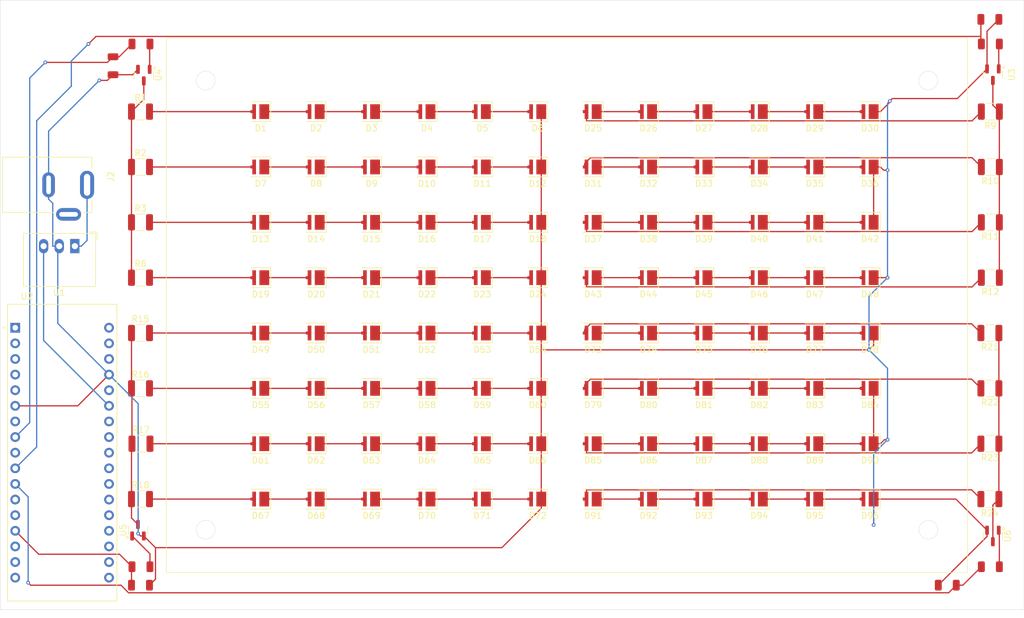
<source format=kicad_pcb>
(kicad_pcb (version 20241229) (generator "pcbnew") (generator_version "9.0")
  (layers (0 "F.Cu" signal) (2 "B.Cu" signal) (13 "F.Paste" user) (15 "B.Paste" user) (5 "F.SilkS" user "F.Silkscreen") (7 "B.SilkS" user "B.Silkscreen") (1 "F.Mask" user) (3 "B.Mask" user) (25 "Edge.Cuts" user))
  (net 0 "")
  (net 2 "GND")
  (net 3 "+24V")
  (net 4 "Net-(U1-OUT)")
  (net 7 "Net-(D25-A)")
  (net 23 "Net-(D25-K)")
  (net 27 "Net-(D26-K)")
  (net 32 "Net-(U2-3(PWM){slash}SCL)")
  (net 34 "Net-(D1-A)")
  (net 35 "Net-(D1-K)")
  (net 36 "Net-(D2-K)")
  (net 37 "Net-(D3-K)")
  (net 38 "Net-(D4-K)")
  (net 39 "Net-(D5-K)")
  (net 40 "Net-(D7-K)")
  (net 41 "Net-(D7-A)")
  (net 42 "Net-(D8-K)")
  (net 43 "Net-(D10-A)")
  (net 44 "Net-(D10-K)")
  (net 45 "Net-(D11-K)")
  (net 46 "Net-(D13-A)")
  (net 47 "Net-(D13-K)")
  (net 48 "Net-(D14-K)")
  (net 49 "Net-(D15-K)")
  (net 50 "Net-(D16-K)")
  (net 51 "Net-(D17-K)")
  (net 52 "Net-(D19-K)")
  (net 53 "Net-(D19-A)")
  (net 54 "Net-(D20-K)")
  (net 55 "Net-(D21-K)")
  (net 56 "Net-(D22-K)")
  (net 57 "Net-(D23-K)")
  (net 58 "Net-(U4-D)")
  (net 59 "Net-(U4-G)")
  (net 60 "Net-(D27-K)")
  (net 61 "Net-(D28-K)")
  (net 62 "Net-(D29-K)")
  (net 63 "Net-(D31-A)")
  (net 64 "Net-(D31-K)")
  (net 65 "Net-(D32-K)")
  (net 66 "Net-(D33-K)")
  (net 67 "Net-(D34-K)")
  (net 68 "Net-(D35-K)")
  (net 69 "Net-(D37-A)")
  (net 70 "Net-(D37-K)")
  (net 71 "Net-(D38-K)")
  (net 72 "Net-(D39-K)")
  (net 73 "Net-(D40-K)")
  (net 74 "Net-(D41-K)")
  (net 75 "Net-(D43-A)")
  (net 76 "Net-(D43-K)")
  (net 77 "Net-(D44-K)")
  (net 78 "Net-(D45-K)")
  (net 79 "Net-(D46-K)")
  (net 80 "Net-(D47-K)")
  (net 81 "Net-(D49-K)")
  (net 82 "Net-(D49-A)")
  (net 83 "Net-(D50-K)")
  (net 84 "Net-(D51-K)")
  (net 85 "Net-(D52-K)")
  (net 86 "Net-(D53-K)")
  (net 87 "Net-(D55-A)")
  (net 88 "Net-(D55-K)")
  (net 89 "Net-(D56-K)")
  (net 90 "Net-(D57-K)")
  (net 91 "Net-(D58-K)")
  (net 92 "Net-(D59-K)")
  (net 93 "Net-(D61-A)")
  (net 94 "Net-(D61-K)")
  (net 95 "Net-(D62-K)")
  (net 96 "Net-(D63-K)")
  (net 97 "Net-(D64-K)")
  (net 98 "Net-(D65-K)")
  (net 99 "Net-(D67-K)")
  (net 100 "Net-(D67-A)")
  (net 101 "Net-(D68-K)")
  (net 102 "Net-(D69-K)")
  (net 103 "Net-(D70-K)")
  (net 104 "Net-(D71-K)")
  (net 105 "Net-(D73-A)")
  (net 106 "Net-(D73-K)")
  (net 107 "Net-(D74-K)")
  (net 108 "Net-(D75-K)")
  (net 109 "Net-(D76-K)")
  (net 110 "Net-(D77-K)")
  (net 111 "Net-(D79-A)")
  (net 112 "Net-(D79-K)")
  (net 113 "Net-(D80-K)")
  (net 114 "Net-(D81-K)")
  (net 115 "Net-(D82-K)")
  (net 116 "Net-(D83-K)")
  (net 117 "Net-(D85-A)")
  (net 118 "Net-(D85-K)")
  (net 119 "Net-(D86-K)")
  (net 120 "Net-(D87-K)")
  (net 121 "Net-(D88-K)")
  (net 122 "Net-(D89-K)")
  (net 123 "Net-(D91-A)")
  (net 124 "Net-(D91-K)")
  (net 125 "Net-(D92-K)")
  (net 126 "Net-(D93-K)")
  (net 127 "Net-(D94-K)")
  (net 128 "Net-(D95-K)")
  (net 129 "Net-(U2-5(PWM))")
  (net 130 "Net-(U3-G)")
  (net 131 "Net-(U3-D)")
  (net 132 "Net-(U2-9(PWM){slash}A9)")
  (net 133 "Net-(U5-G)")
  (net 134 "Net-(U5-D)")
  (net 135 "Net-(U2-6(PWM){slash}A7)")
  (net 136 "Net-(U6-G)")
  (net 137 "Net-(U6-D)")
  (footprint "LED_SMD:LED_Luminus_MP-3030-1100_3.0x3.0mm" (layer "F.Cu") (at 170.57 51.21 180)
    (property "Reference" "D12")
    (property "Value" "LED")
  )
  (footprint "LED_SMD:LED_Luminus_MP-3030-1100_3.0x3.0mm" (layer "F.Cu") (at 215.57 78.21 180)
    (property "Reference" "D77")
    (property "Value" "LED")
  )
  (footprint "LED_SMD:LED_Luminus_MP-3030-1100_3.0x3.0mm" (layer "F.Cu") (at 224.57 78.21 180)
    (property "Reference" "D78")
    (property "Value" "LED")
  )
  (footprint "LED_SMD:LED_Luminus_MP-3030-1100_3.0x3.0mm" (layer "F.Cu") (at 170.57 105.21 180)
    (property "Reference" "D72")
    (property "Value" "LED")
  )
  (footprint "LED_SMD:LED_Luminus_MP-3030-1100_3.0x3.0mm" (layer "F.Cu") (at 143.57 60.21 180)
    (property "Reference" "D15")
    (property "Value" "LED")
  )
  (footprint "LED_SMD:LED_Luminus_MP-3030-1100_3.0x3.0mm" (layer "F.Cu") (at 134.57 96.21 180)
    (property "Reference" "D62")
    (property "Value" "LED")
  )
  (footprint "LED_SMD:LED_Luminus_MP-3030-1100_3.0x3.0mm" (layer "F.Cu") (at 125.57 51.21 180)
    (property "Reference" "D7")
    (property "Value" "LED")
  )
  (footprint "LED_SMD:LED_Luminus_MP-3030-1100_3.0x3.0mm" (layer "F.Cu") (at 224.57 51.21 180)
    (property "Reference" "D36")
    (property "Value" "LED")
  )
  (footprint "LED_SMD:LED_Luminus_MP-3030-1100_3.0x3.0mm" (layer "F.Cu") (at 161.57 42.21 180)
    (property "Reference" "D5")
    (property "Value" "LED")
  )
  (footprint "LED_SMD:LED_Luminus_MP-3030-1100_3.0x3.0mm" (layer "F.Cu") (at 188.57 96.21 180)
    (property "Reference" "D86")
    (property "Value" "LED")
  )
  (footprint "LED_SMD:LED_Luminus_MP-3030-1100_3.0x3.0mm" (layer "F.Cu") (at 134.57 87.21 180)
    (property "Reference" "D56")
    (property "Value" "LED")
  )
  (footprint "LED_SMD:LED_Luminus_MP-3030-1100_3.0x3.0mm" (layer "F.Cu") (at 170.57 78.21 180)
    (property "Reference" "D54")
    (property "Value" "LED")
  )
  (footprint "LED_SMD:LED_Luminus_MP-3030-1100_3.0x3.0mm" (layer "F.Cu") (at 152.57 42.21 180)
    (property "Reference" "D4")
    (property "Value" "LED")
  )
  (footprint "Resistor_SMD:R_1210_3225Metric" (layer "F.Cu") (at 106.0325 51.21)
    (property "Reference" "R2")
    (property "Value" "R")
  )
  (footprint "LED_SMD:LED_Luminus_MP-3030-1100_3.0x3.0mm" (layer "F.Cu") (at 125.57 96.21 180)
    (property "Reference" "D61")
    (property "Value" "LED")
  )
  (footprint "LED_SMD:LED_Luminus_MP-3030-1100_3.0x3.0mm" (layer "F.Cu") (at 125.57 69.21 180)
    (property "Reference" "D19")
    (property "Value" "LED")
  )
  (footprint "LED_SMD:LED_Luminus_MP-3030-1100_3.0x3.0mm" (layer "F.Cu") (at 152.57 105.21 180)
    (property "Reference" "D70")
    (property "Value" "LED")
  )
  (footprint "Resistor_SMD:R_1210_3225Metric" (layer "F.Cu") (at 244.0325 96.21 180)
    (property "Reference" "R23")
    (property "Value" "R")
  )
  (footprint "PCM_JLCPCB:R_1206" (layer "F.Cu") (at 101.57 34.75 -90)
    (property "Reference" "R5" (hide yes))
    (property "Value" "10kΩ")
  )
  (footprint "LED_SMD:LED_Luminus_MP-3030-1100_3.0x3.0mm" (layer "F.Cu") (at 161.57 78.21 180)
    (property "Reference" "D53")
    (property "Value" "LED")
  )
  (footprint "Resistor_SMD:R_1210_3225Metric" (layer "F.Cu") (at 244.0325 87.21 180)
    (property "Reference" "R22")
    (property "Value" "R")
  )
  (footprint "LED_SMD:LED_Luminus_MP-3030-1100_3.0x3.0mm" (layer "F.Cu") (at 152.57 51.21 180)
    (property "Reference" "D10")
    (property "Value" "LED")
  )
  (footprint "LED_SMD:LED_Luminus_MP-3030-1100_3.0x3.0mm" (layer "F.Cu") (at 197.57 96.21 180)
    (property "Reference" "D87")
    (property "Value" "LED")
  )
  (footprint "Resistor_SMD:R_1210_3225Metric" (layer "F.Cu") (at 244.1075 51.21 180)
    (property "Reference" "R10")
    (property "Value" "R")
  )
  (footprint "LED_SMD:LED_Luminus_MP-3030-1100_3.0x3.0mm" (layer "F.Cu") (at 206.57 87.21 180)
    (property "Reference" "D82")
    (property "Value" "LED")
  )
  (footprint "LED_SMD:LED_Luminus_MP-3030-1100_3.0x3.0mm" (layer "F.Cu") (at 170.57 87.21 180)
    (property "Reference" "D60")
    (property "Value" "LED")
  )
  (footprint "LED_SMD:LED_Luminus_MP-3030-1100_3.0x3.0mm" (layer "F.Cu") (at 215.57 51.21 180)
    (property "Reference" "D35")
    (property "Value" "LED")
  )
  (footprint "LED_SMD:LED_Luminus_MP-3030-1100_3.0x3.0mm" (layer "F.Cu") (at 224.57 105.21 180)
    (property "Reference" "D96")
    (property "Value" "LED")
  )
  (footprint "LED_SMD:LED_Luminus_MP-3030-1100_3.0x3.0mm" (layer "F.Cu") (at 188.57 51.21 180)
    (property "Reference" "D32")
    (property "Value" "LED")
  )
  (footprint "LED_SMD:LED_Luminus_MP-3030-1100_3.0x3.0mm" (layer "F.Cu") (at 170.57 69.21 180)
    (property "Reference" "D24")
    (property "Value" "LED")
  )
  (footprint "LED_SMD:LED_Luminus_MP-3030-1100_3.0x3.0mm" (layer "F.Cu") (at 215.57 96.21 180)
    (property "Reference" "D89")
    (property "Value" "LED")
  )
  (footprint "LED_SMD:LED_Luminus_MP-3030-1100_3.0x3.0mm" (layer "F.Cu") (at 152.57 69.21 180)
    (property "Reference" "D22")
    (property "Value" "LED")
  )
  (footprint "LED_SMD:LED_Luminus_MP-3030-1100_3.0x3.0mm" (layer "F.Cu") (at 188.57 78.21 180)
    (property "Reference" "D74")
    (property "Value" "LED")
  )
  (footprint "Resistor_SMD:R_1210_3225Metric" (layer "F.Cu") (at 244.1075 69.21 180)
    (property "Reference" "R12")
    (property "Value" "R")
  )
  (footprint "LED_SMD:LED_Luminus_MP-3030-1100_3.0x3.0mm" (layer "F.Cu") (at 188.57 87.21 180)
    (property "Reference" "D80")
    (property "Value" "LED")
  )
  (footprint "LED_SMD:LED_Luminus_MP-3030-1100_3.0x3.0mm" (layer "F.Cu") (at 197.57 69.21 180)
    (property "Reference" "D45")
    (property "Value" "LED")
  )
  (footprint "LED_SMD:LED_Luminus_MP-3030-1100_3.0x3.0mm" (layer "F.Cu") (at 179.57 69.21 180)
    (property "Reference" "D43")
    (property "Value" "LED")
  )
  (footprint "LED_SMD:LED_Luminus_MP-3030-1100_3.0x3.0mm" (layer "F.Cu") (at 161.57 87.21 180)
    (property "Reference" "D59")
    (property "Value" "LED")
  )
  (footprint "Package_TO_SOT_SMD:SOT-23" (layer "F.Cu") (at 244.52 36.1975 -90)
    (property "Reference" "U3")
    (property "Value" "WST2N7002")
  )
  (footprint "Resistor_SMD:R_1210_3225Metric" (layer "F.Cu") (at 106.0325 78.21)
    (property "Reference" "R15")
    (property "Value" "R")
  )
  (footprint "RAPC722X:SWITCHCRAFT_RAPC722X" (layer "F.Cu") (at 91.1 54.1137 -90)
    (property "Reference" "J2")
    (property "Value" "RAPC722X")
  )
  (footprint "LED_SMD:LED_Luminus_MP-3030-1100_3.0x3.0mm" (layer "F.Cu") (at 188.57 42.21 180)
    (property "Reference" "D26")
    (property "Value" "LED")
  )
  (footprint "LED_SMD:LED_Luminus_MP-3030-1100_3.0x3.0mm" (layer "F.Cu") (at 215.57 60.21 180)
    (property "Reference" "D41")
    (property "Value" "LED")
  )
  (footprint "PCM_JLCPCB:R_1206" (layer "F.Cu") (at 237.11 119.21 180)
    (property "Reference" "R19" (hide yes))
    (property "Value" "10kΩ")
  )
  (footprint "LED_SMD:LED_Luminus_MP-3030-1100_3.0x3.0mm" (layer "F.Cu") (at 206.57 42.21 180)
    (property "Reference" "D28")
    (property "Value" "LED")
  )
  (footprint "LED_SMD:LED_Luminus_MP-3030-1100_3.0x3.0mm" (layer "F.Cu") (at 224.57 60.21 180)
    (property "Reference" "D42")
    (property "Value" "LED")
  )
  (footprint "LED_SMD:LED_Luminus_MP-3030-1100_3.0x3.0mm" (layer "F.Cu") (at 125.57 60.21 180)
    (property "Reference" "D13")
    (property "Value" "LED")
  )
  (footprint "LED_SMD:LED_Luminus_MP-3030-1100_3.0x3.0mm" (layer "F.Cu") (at 224.57 87.21 180)
    (property "Reference" "D84")
    (property "Value" "LED")
  )
  (footprint "LED_SMD:LED_Luminus_MP-3030-1100_3.0x3.0mm" (layer "F.Cu") (at 206.57 69.21 180)
    (property "Reference" "D46")
    (property "Value" "LED")
  )
  (footprint "LED_SMD:LED_Luminus_MP-3030-1100_3.0x3.0mm" (layer "F.Cu") (at 161.57 60.21 180)
    (property "Reference" "D17")
    (property "Value" "LED")
  )
  (footprint "LED_SMD:LED_Luminus_MP-3030-1100_3.0x3.0mm" (layer "F.Cu") (at 179.57 87.21 180)
    (property "Reference" "D79")
    (property "Value" "LED")
  )
  (footprint "LED_SMD:LED_Luminus_MP-3030-1100_3.0x3.0mm" (layer "F.Cu") (at 188.57 105.21 180)
    (property "Reference" "D92")
    (property "Value" "LED")
  )
  (footprint "LED_SMD:LED_Luminus_MP-3030-1100_3.0x3.0mm" (layer "F.Cu") (at 134.57 105.21 180)
    (property "Reference" "D68")
    (property "Value" "LED")
  )
  (footprint "LED_SMD:LED_Luminus_MP-3030-1100_3.0x3.0mm" (layer "F.Cu") (at 206.57 96.21 180)
    (property "Reference" "D88")
    (property "Value" "LED")
  )
  (footprint "LED_SMD:LED_Luminus_MP-3030-1100_3.0x3.0mm" (layer "F.Cu") (at 179.57 78.21 180)
    (property "Reference" "D73")
    (property "Value" "LED")
  )
  (footprint "LED_SMD:LED_Luminus_MP-3030-1100_3.0x3.0mm" (layer "F.Cu") (at 206.57 51.21 180)
    (property "Reference" "D34")
    (property "Value" "LED")
  )
  (footprint "LED_SMD:LED_Luminus_MP-3030-1100_3.0x3.0mm" (layer "F.Cu") (at 206.57 60.21 180)
    (property "Reference" "D40")
    (property "Value" "LED")
  )
  (footprint "PCM_JLCPCB:R_1206" (layer "F.Cu") (at 106.11 116.21)
    (property "Reference" "R14" (hide yes))
    (property "Value" "100Ω")
  )
  (footprint "LED_SMD:LED_Luminus_MP-3030-1100_3.0x3.0mm" (layer "F.Cu") (at 197.57 87.21 180)
    (property "Reference" "D81")
    (property "Value" "LED")
  )
  (footprint "LED_SMD:LED_Luminus_MP-3030-1100_3.0x3.0mm" (layer "F.Cu") (at 179.57 42.21 180)
    (property "Reference" "D25")
    (property "Value" "LED")
  )
  (footprint "LED_SMD:LED_Luminus_MP-3030-1100_3.0x3.0mm" (layer "F.Cu") (at 143.57 105.21 180)
    (property "Reference" "D69")
    (property "Value" "LED")
  )
  (footprint "Resistor_SMD:R_1210_3225Metric" (layer "F.Cu") (at 106.0325 69.21)
    (property "Reference" "R6")
    (property "Value" "R")
  )
  (footprint "Resistor_SMD:R_1210_3225Metric" (layer "F.Cu") (at 106.0325 42.21)
    (property "Reference" "R1")
    (property "Value" "R")
  )
  (footprint "PCM_JLCPCB:R_1206" (layer "F.Cu") (at 244.11 31.21)
    (property "Reference" "R8" (hide yes))
    (property "Value" "100Ω")
  )
  (footprint "LED_SMD:LED_Luminus_MP-3030-1100_3.0x3.0mm" (layer "F.Cu") (at 224.57 96.21 180)
    (property "Reference" "D90")
    (property "Value" "LED")
  )
  (footprint "PCM_JLCPCB:R_1206" (layer "F.Cu") (at 244.11 116.21)
    (property "Reference" "R20" (hide yes))
    (property "Value" "100Ω")
  )
  (footprint "LED_SMD:LED_Luminus_MP-3030-1100_3.0x3.0mm" (layer "F.Cu") (at 134.57 78.21 180)
    (property "Reference" "D50")
    (property "Value" "LED")
  )
  (footprint "LED_SMD:LED_Luminus_MP-3030-1100_3.0x3.0mm" (layer "F.Cu") (at 125.57 42.21 180)
    (property "Reference" "D1")
    (property "Value" "LED")
  )
  (footprint "LED_SMD:LED_Luminus_MP-3030-1100_3.0x3.0mm" (layer "F.Cu") (at 179.57 51.21 180)
    (property "Reference" "D31")
    (property "Value" "LED")
  )
  (footprint "LED_SMD:LED_Luminus_MP-3030-1100_3.0x3.0mm" (layer "F.Cu") (at 161.57 105.21 180)
    (property "Reference" "D71")
    (property "Value" "LED")
  )
  (footprint "PCM_JLCPCB:R_1206" (layer "F.Cu") (at 244.03 27.21)
    (property "Reference" "R7" (hide yes))
    (property "Value" "10kΩ")
  )
  (footprint "LED_SMD:LED_Luminus_MP-3030-1100_3.0x3.0mm" (layer "F.Cu") (at 143.57 96.21 180)
    (property "Reference" "D63")
    (property "Value" "LED")
  )
  (footprint "LED_SMD:LED_Luminus_MP-3030-1100_3.0x3.0mm" (layer "F.Cu") (at 206.57 105.21 180)
    (property "Reference" "D94")
    (property "Value" "LED")
  )
  (footprint "Converter_DCDC:Converter_DCDC_RECOM_R-78E-0.5_THT" (layer "F.Cu") (at 95.3675 64.0825 180)
    (property "Reference" "U1")
    (property "Value" "R-78E5.0-0.5")
  )
  (footprint "LED_SMD:LED_Luminus_MP-3030-1100_3.0x3.0mm" (layer "F.Cu") (at 125.57 105.21 180)
    (property "Reference" "D67")
    (property "Value" "LED")
  )
  (footprint "Resistor_SMD:R_1210_3225Metric" (layer "F.Cu") (at 244.0325 78.21 180)
    (property "Reference" "R21")
    (property "Value" "R")
  )
  (footprint "LED_SMD:LED_Luminus_MP-3030-1100_3.0x3.0mm" (layer "F.Cu") (at 143.57 78.21 180)
    (property "Reference" "D51")
    (property "Value" "LED")
  )
  (footprint "LED_SMD:LED_Luminus_MP-3030-1100_3.0x3.0mm" (layer "F.Cu") (at 215.57 105.21 180)
    (property "Reference" "D95")
    (property "Value" "LED")
  )
  (footprint "Resistor_SMD:R_1210_3225Metric" (layer "F.Cu") (at 106.0325 87.21)
    (property "Reference" "R16")
    (property "Value" "R")
  )
  (footprint "LED_SMD:LED_Luminus_MP-3030-1100_3.0x3.0mm" (layer "F.Cu") (at 125.57 87.21 180)
    (property "Reference" "D55")
    (property "Value" "LED")
  )
  (footprint "LED_SMD:LED_Luminus_MP-3030-1100_3.0x3.0mm" (layer "F.Cu") (at 134.57 69.21 180)
    (property "Reference" "D20")
    (property "Value" "LED")
  )
  (footprint "PCM_JLCPCB:R_1206" (layer "F.Cu") (at 106.03 119.21)
    (property "Reference" "R13" (hide yes))
    (property "Value" "10kΩ")
  )
  (footprint "LED_SMD:LED_Luminus_MP-3030-1100_3.0x3.0mm" (layer "F.Cu") (at 152.57 96.21 180)
    (property "Reference" "D64")
    (property "Value" "LED")
  )
  (footprint "Resistor_SMD:R_1210_3225Metric" (layer "F.Cu") (at 106.0325 105.21)
    (property "Reference" "R18")
    (property "Value" "R")
  )
  (footprint "LED_SMD:LED_Luminus_MP-3030-1100_3.0x3.0mm" (layer "F.Cu") (at 134.57 42.21 180)
    (property "Reference" "D2")
    (property "Value" "LED")
  )
  (footprint "LED_SMD:LED_Luminus_MP-3030-1100_3.0x3.0mm" (layer "F.Cu") (at 134.57 60.21 180)
    (property "Reference" "D14")
    (property "Value" "LED")
  )
  (footprint "LED_SMD:LED_Luminus_MP-3030-1100_3.0x3.0mm" (layer "F.Cu") (at 143.57 42.21 180)
    (property "Reference" "D3")
    (property "Value" "LED")
  )
  (footprint "LED_SMD:LED_Luminus_MP-3030-1100_3.0x3.0mm" (layer "F.Cu") (at 224.57 69.21 180)
    (property "Reference" "D48")
    (property "Value" "LED")
  )
  (footprint "Package_TO_SOT_SMD:SOT-23" (layer "F.Cu") (at 106.57 36.2725 -90)
    (property "Reference" "U4")
    (property "Value" "WST2N7002")
  )
  (footprint "LED_SMD:LED_Luminus_MP-3030-1100_3.0x3.0mm" (layer "F.Cu") (at 152.57 87.21 180)
    (property "Reference" "D58")
    (property "Value" "LED")
  )
  (footprint "LED_SMD:LED_Luminus_MP-3030-1100_3.0x3.0mm" (layer "F.Cu") (at 197.57 105.21 180)
    (property "Reference" "D93")
    (property "Value" "LED")
  )
  (footprint "LED_SMD:LED_Luminus_MP-3030-1100_3.0x3.0mm" (layer "F.Cu") (at 197.57 78.21 180)
    (property "Reference" "D75")
    (property "Value" "LED")
  )
  (footprint "LED_SMD:LED_Luminus_MP-3030-1100_3.0x3.0mm" (layer "F.Cu") (at 215.57 69.21 180)
    (property "Reference" "D47")
    (property "Value" "LED")
  )
  (footprint "LED_SMD:LED_Luminus_MP-3030-1100_3.0x3.0mm" (layer "F.Cu") (at 215.57 42.21 180)
    (property "Reference" "D29")
    (property "Value" "LED")
  )
  (footprint "LED_SMD:LED_Luminus_MP-3030-1100_3.0x3.0mm" (layer "F.Cu") (at 152.57 60.21 180)
    (property "Reference" "D16")
    (property "Value" "LED")
  )
  (footprint "LED_SMD:LED_Luminus_MP-3030-1100_3.0x3.0mm" (layer "F.Cu") (at 179.57 60.21 180)
    (property "Reference" "D37")
    (property "Value" "LED")
  )
  (footprint "LED_SMD:LED_Luminus_MP-3030-1100_3.0x3.0mm" (layer "F.Cu") (at 161.57 96.21 180)
    (property "Reference" "D65")
    (property "Value" "LED")
  )
  (footprint "Package_TO_SOT_SMD:SOT-23" (layer "F.Cu") (at 244.52 111.21 -90)
    (property "Reference" "U6")
    (property "Value" "WST2N7002")
  )
  (footprint "LED_SMD:LED_Luminus_MP-3030-1100_3.0x3.0mm" (layer "F.Cu") (at 179.57 96.21 180)
    (property "Reference" "D85")
    (property "Value" "LED")
  )
  (footprint "LED_SMD:LED_Luminus_MP-3030-1100_3.0x3.0mm" (layer "F.Cu") (at 179.57 105.21 180)
    (property "Reference" "D91")
    (property "Value" "LED")
  )
  (footprint "Resistor_SMD:R_1210_3225Metric" (layer "F.Cu") (at 244.0325 105.21 180)
    (property "Reference" "R24")
    (property "Value" "R")
  )
  (footprint "LED_SMD:LED_Luminus_MP-3030-1100_3.0x3.0mm" (layer "F.Cu") (at 161.57 51.21 180)
    (property "Reference" "D11")
    (property "Value" "LED")
  )
  (footprint "LED_SMD:LED_Luminus_MP-3030-1100_3.0x3.0mm" (layer "F.Cu") (at 224.57 42.21 180)
    (property "Reference" "D30")
    (property "Value" "LED")
  )
  (footprint "LED_SMD:LED_Luminus_MP-3030-1100_3.0x3.0mm" (layer "F.Cu") (at 125.57 78.21 180)
    (property "Reference" "D49")
    (property "Value" "LED")
  )
  (footprint "LED_SMD:LED_Luminus_MP-3030-1100_3.0x3.0mm" (layer "F.Cu") (at 188.57 69.21 180)
    (property "Reference" "D44")
    (property "Value" "LED")
  )
  (footprint "LED_SMD:LED_Luminus_MP-3030-1100_3.0x3.0mm" (layer "F.Cu") (at 197.57 42.21 180)
    (property "Reference" "D27")
    (property "Value" "LED")
  )
  (footprint "LED_SMD:LED_Luminus_MP-3030-1100_3.0x3.0mm" (layer "F.Cu") (at 134.57 51.21 180)
    (property "Reference" "D8")
    (property "Value" "LED")
  )
  (footprint "LED_SMD:LED_Luminus_MP-3030-1100_3.0x3.0mm" (layer "F.Cu") (at 170.57 60.21 180)
    (property "Reference" "D18")
    (property "Value" "LED")
  )
  (footprint "LED_SMD:LED_Luminus_MP-3030-1100_3.0x3.0mm" (layer "F.Cu") (at 215.57 87.21 180)
    (property "Reference" "D83")
    (property "Value" "LED")
  )
  (footprint "LED_SMD:LED_Luminus_MP-3030-1100_3.0x3.0mm" (layer "F.Cu") (at 143.57 51.21 180)
    (property "Reference" "D9")
    (property "Value" "LED")
  )
  (footprint "Resistor_SMD:R_1210_3225Metric" (layer "F.Cu") (at 106.1075 96.21)
    (property "Reference" "R17")
    (property "Value" "R")
  )
  (footprint "LED_SMD:LED_Luminus_MP-3030-1100_3.0x3.0mm" (layer "F.Cu") (at 170.57 42.21 180)
    (property "Reference" "D6")
    (property "Value" "LED")
  )
  (footprint "LED_SMD:LED_Luminus_MP-3030-1100_3.0x3.0mm" (layer "F.Cu") (at 161.57 69.21 180)
    (property "Reference" "D23")
    (property "Value" "LED")
  )
  (footprint "Resistor_SMD:R_1210_3225Metric" (layer "F.Cu") (at 244.1075 60.21 180)
    (property "Reference" "R11")
    (property "Value" "R")
  )
  (footprint "LED_SMD:LED_Luminus_MP-3030-1100_3.0x3.0mm" (layer "F.Cu") (at 143.57 69.21 180)
    (property "Reference" "D21")
    (property "Value" "LED")
  )
  (footprint "Package_TO_SOT_SMD:SOT-23" (layer "F.Cu") (at 105.62 110.2725 90)
    (property "Reference" "U5")
    (property "Value" "WST2N7002")
  )
  (footprint "LED_SMD:LED_Luminus_MP-3030-1100_3.0x3.0mm" (layer "F.Cu") (at 206.57 78.21 180)
    (property "Reference" "D76")
    (property "Value" "LED")
  )
  (footprint "Resistor_SMD:R_1210_3225Metric" (layer "F.Cu") (at 244.1075 42.21 180)
    (property "Reference" "R9")
    (property "Value" "R")
  )
  (footprint "LED_SMD:LED_Luminus_MP-3030-1100_3.0x3.0mm" (layer "F.Cu") (at 152.57 78.21 180)
    (property "Reference" "D52")
    (property "Value" "LED")
  )
  (footprint "PCM_JLCPCB:R_1206" (layer "F.Cu") (at 106.11 31.21)
    (property "Reference" "R4" (hide yes))
    (property "Value" "100Ω")
  )
  (footprint "arduino_micro:A000053" (layer "F.Cu") (at 93.3 97.67)
    (property "Reference" "U2")
    (property "Value" "A000053")
  )
  (footprint "LED_SMD:LED_Luminus_MP-3030-1100_3.0x3.0mm" (layer "F.Cu") (at 197.57 60.21 180)
    (property "Reference" "D39")
    (property "Value" "LED")
  )
  (footprint "Resistor_SMD:R_1210_3225Metric" (layer "F.Cu") (at 106.0325 60.21)
    (property "Reference" "R3")
    (property "Value" "R")
  )
  (footprint "LED_SMD:LED_Luminus_MP-3030-1100_3.0x3.0mm" (layer "F.Cu") (at 197.57 51.21 180)
    (property "Reference" "D33")
    (property "Value" "LED")
  )
  (footprint "LED_SMD:LED_Luminus_MP-3030-1100_3.0x3.0mm" (layer "F.Cu") (at 143.57 87.21 180)
    (property "Reference" "D57")
    (property "Value" "LED")
  )
  (footprint "LED_SMD:LED_Luminus_MP-3030-1100_3.0x3.0mm" (layer "F.Cu") (at 188.57 60.21 180)
    (property "Reference" "D38")
    (property "Value" "LED")
  )
  (footprint "LED_SMD:LED_Luminus_MP-3030-1100_3.0x3.0mm" (layer "F.Cu") (at 170.57 96.21 180)
    (property "Reference" "D66")
    (property "Value" "LED")
  )
  (gr_rect (start 110.221527 30.211988) (end 240.381786 117.172709) (stroke (width 0.1)) (fill no) (layer "F.SilkS"))
  (gr_circle (center 234.019967 37.16) (end 234.009967 38.69) (stroke (width 0.05)) (fill no) (layer "Edge.Cuts"))
  (gr_circle (center 234.03 110.2) (end 234.02 111.73) (stroke (width 0.05)) (fill no) (layer "Edge.Cuts"))
  (gr_rect (start 83.23 24.085) (end 249.57 123.21) (stroke (width 0.05)) (fill no) (layer "Edge.Cuts"))
  (gr_circle (center 116.609967 37.17) (end 116.599967 38.7) (stroke (width 0.05)) (fill no) (layer "Edge.Cuts"))
  (gr_circle (center 116.619967 110.19) (end 116.609967 111.72) (stroke (width 0.05)) (fill no) (layer "Edge.Cuts"))
  (segment (start 227.7669 40.5006) (end 227.7669 40.6898) (width 0.2) (layer "F.Cu") (net 2))
  (segment (start 100.6513 37.1287) (end 101.57 36.21) (width 0.2) (layer "F.Cu") (net 2))
  (segment (start 225.145 96.21) (end 226.2467 96.21) (width 0.2) (layer "F.Cu") (net 2))
  (segment (start 108.4671 118.2329) (end 108.4671 113.1071) (width 0.2) (layer "F.Cu") (net 2))
  (segment (start 227.4005 95.5567) (end 226.9 95.5567) (width 0.2) (layer "F.Cu") (net 2))
  (segment (start 104.745 36.21) (end 105.62 35.335) (width 0.2) (layer "F.Cu") (net 2))
  (segment (start 171.145 51.21) (end 171.145 60.21) (width 0.2) (layer "F.Cu") (net 2))
  (segment (start 171.145 78.21) (end 171.145 69.21) (width 0.2) (layer "F.Cu") (net 2))
  (segment (start 226.2492 69.2075) (end 226.2467 69.21) (width 0.2) (layer "F.Cu") (net 2))
  (segment (start 171.145 80.9497) (end 171.145 78.21) (width 0.2) (layer "F.Cu") (net 2))
  (segment (start 101.57 36.21) (end 104.745 36.21) (width 0.2) (layer "F.Cu") (net 2))
  (segment (start 95.84 90.05) (end 100.92 84.97) (width 0.2) (layer "F.Cu") (net 2))
  (segment (start 171.145 42.21) (end 171.145 51.21) (width 0.2) (layer "F.Cu") (net 2))
  (segment (start 226.7724 51.7357) (end 226.2467 51.21) (width 0.2) (layer "F.Cu") (net 2))
  (segment (start 106.57 111.21) (end 106.0451 111.21) (width 0.2) (layer "F.Cu") (net 2))
  (segment (start 243.57 111.29) (end 243.57 110.2725) (width 0.2) (layer "F.Cu") (net 2))
  (segment (start 108.4671 113.1071) (end 106.57 111.21) (width 0.2) (layer "F.Cu") (net 2))
  (segment (start 225.145 69.21) (end 226.2467 69.21) (width 0.2) (layer "F.Cu") (net 2))
  (segment (start 243.57 29.13) (end 243.57 35.26) (width 0.2) (layer "F.Cu") (net 2))
  (segment (start 225.145 51.21) (end 226.2467 51.21) (width 0.2) (layer "F.Cu") (net 2))
  (segment (start 171.145 80.9497) (end 224.395 80.9497) (width 0.2) (layer "F.Cu") (net 2))
  (segment (start 85.68 90.05) (end 95.84 90.05) (width 0.2) (layer "F.Cu") (net 2))
  (segment (start 238.5075 105.21) (end 225.145 105.21) (width 0.2) (layer "F.Cu") (net 2))
  (segment (start 171.145 60.21) (end 171.145 69.21) (width 0.2) (layer "F.Cu") (net 2))
  (segment (start 171.145 87.21) (end 171.145 96.21) (width 0.2) (layer "F.Cu") (net 2))
  (segment (start 235.65 119.21) (end 243.57 111.29) (width 0.2) (layer "F.Cu") (net 2))
  (segment (start 99.3471 37.1287) (end 100.6513 37.1287) (width 0.2) (layer "F.Cu") (net 2))
  (segment (start 225.145 105.21) (end 225.145 109.4137) (width 0.2) (layer "F.Cu") (net 2))
  (segment (start 106.0451 111.21) (end 105.6519 110.8168) (width 0.2) (layer "F.Cu") (net 2))
  (segment (start 171.145 87.21) (end 171.145 80.9497) (width 0.2) (layer "F.Cu") (net 2))
  (segment (start 164.7496 113.1071) (end 171.145 106.7117) (width 0.2) (layer "F.Cu") (net 2))
  (segment (start 171.145 105.21) (end 171.145 106.7117) (width 0.2) (layer "F.Cu") (net 2))
  (segment (start 245.49 27.21) (end 243.57 29.13) (width 0.2) (layer "F.Cu") (net 2))
  (segment (start 225.145 78.21) (end 225.145 80.1997) (width 0.2) (layer "F.Cu") (net 2))
  (segment (start 225.145 80.1997) (end 224.395 80.9497) (width 0.2) (layer "F.Cu") (net 2))
  (segment (start 107.49 119.21) (end 108.4671 118.2329) (width 0.2) (layer "F.Cu") (net 2))
  (segment (start 225.145 51.21) (end 225.145 52.7117) (width 0.2) (layer "F.Cu") (net 2))
  (segment (start 225.145 96.21) (end 225.145 87.21) (width 0.2) (layer "F.Cu") (net 2))
  (segment (start 243.57 35.26) (end 238.75 40.08) (width 0.2) (layer "F.Cu") (net 2))
  (segment (start 227.4005 51.7357) (end 226.7724 51.7357) (width 0.2) (layer "F.Cu") (net 2))
  (segment (start 227.4005 69.2075) (end 226.2492 69.2075) (width 0.2) (layer "F.Cu") (net 2))
  (segment (start 228.1875 40.08) (end 227.7669 40.5006) (width 0.2) (layer "F.Cu") (net 2))
  (segment (start 225.145 42.21) (end 226.2467 42.21) (width 0.2) (layer "F.Cu") (net 2))
  (segment (start 227.7669 40.6898) (end 226.2467 42.21) (width 0.2) (layer "F.Cu") (net 2))
  (segment (start 226.9 95.5567) (end 226.2467 96.21) (width 0.2) (layer "F.Cu") (net 2))
  (segment (start 225.145 60.21) (end 225.145 52.7117) (width 0.2) (layer "F.Cu") (net 2))
  (segment (start 171.145 105.21) (end 171.145 96.21) (width 0.2) (layer "F.Cu") (net 2))
  (segment (start 238.75 40.08) (end 228.1875 40.08) (width 0.2) (layer "F.Cu") (net 2))
  (segment (start 108.4671 113.1071) (end 164.7496 113.1071) (width 0.2) (layer "F.Cu") (net 2))
  (segment (start 243.57 110.2725) (end 238.5075 105.21) (width 0.2) (layer "F.Cu") (net 2))
  (via (at 99.3471 37.1287) (size 0.6) (drill 0.3) (layers "F.Cu" "B.Cu") (net 2))
  (via (at 227.4005 69.2075) (size 0.6) (drill 0.3) (layers "F.Cu" "B.Cu") (net 2))
  (via (at 225.145 109.4137) (size 0.6) (drill 0.3) (layers "F.Cu" "B.Cu") (net 2))
  (via (at 227.4005 95.5567) (size 0.6) (drill 0.3) (layers "F.Cu" "B.Cu") (net 2))
  (via (at 227.7669 40.5006) (size 0.6) (drill 0.3) (layers "F.Cu" "B.Cu") (net 2))
  (via (at 227.4005 51.7357) (size 0.6) (drill 0.3) (layers "F.Cu" "B.Cu") (net 2))
  (via (at 105.6519 110.8168) (size 0.6) (drill 0.3) (layers "F.Cu" "B.Cu") (net 2))
  (via (at 224.395 80.9497) (size 0.6) (drill 0.3) (layers "F.Cu" "B.Cu") (net 2))
  (segment (start 227.4005 51.7357) (end 227.4005 40.867) (width 0.2) (layer "B.Cu") (net 2))
  (segment (start 224.395 80.9497) (end 227.4005 83.9552) (width 0.2) (layer "B.Cu") (net 2))
  (segment (start 227.4005 69.2075) (end 224.395 72.213) (width 0.2) (layer "B.Cu") (net 2))
  (segment (start 227.4005 69.2075) (end 227.4005 51.7357) (width 0.2) (layer "B.Cu") (net 2))
  (segment (start 105.6519 89.7019) (end 100.92 84.97) (width 0.2) (layer "B.Cu") (net 2))
  (segment (start 91.1 55.277) (end 91.1 54.1137) (width 0.2) (layer "B.Cu") (net 2))
  (segment (start 92.5931 76.6431) (end 100.92 84.97) (width 0.2) (layer "B.Cu") (net 2))
  (segment (start 225.145 97.8122) (end 227.4005 95.5567) (width 0.2) (layer "B.Cu") (net 2))
  (segment (start 92.5931 64.0825) (end 92.5931 76.6431) (width 0.2) (layer "B.Cu") (net 2))
  (segment (start 105.6519 110.8168) (end 105.6519 89.7019) (width 0.2) (layer "B.Cu") (net 2))
  (segment (start 91.1 45.3758) (end 99.3471 37.1287) (width 0.2) (layer "B.Cu") (net 2))
  (segment (start 225.145 109.4137) (end 225.145 97.8122) (width 0.2) (layer "B.Cu") (net 2))
  (segment (start 91.1 56.4404) (end 91.7758 57.1162) (width 0.2) (layer "B.Cu") (net 2))
  (segment (start 91.7758 57.1162) (end 91.7758 64.0825) (width 0.2) (layer "B.Cu") (net 2))
  (segment (start 91.1 55.277) (end 91.1 56.4404) (width 0.2) (layer "B.Cu") (net 2))
  (segment (start 92.5931 64.0825) (end 91.7758 64.0825) (width 0.2) (layer "B.Cu") (net 2))
  (segment (start 227.4005 40.867) (end 227.7669 40.5006) (width 0.2) (layer "B.Cu") (net 2))
  (segment (start 227.4005 83.9552) (end 227.4005 95.5567) (width 0.2) (layer "B.Cu") (net 2))
  (segment (start 91.1 54.1137) (end 91.1 45.3758) (width 0.2) (layer "B.Cu") (net 2))
  (segment (start 224.395 72.213) (end 224.395 80.9497) (width 0.2) (layer "B.Cu") (net 2))
  (segment (start 92.8275 64.0825) (end 92.5931 64.0825) (width 0.2) (layer "B.Cu") (net 2))
  (segment (start 97.35 54.1137) (end 97.35 63.1517) (width 0.2) (layer "B.Cu") (net 3))
  (segment (start 97.35 63.1517) (end 96.4192 64.0825) (width 0.2) (layer "B.Cu") (net 3))
  (segment (start 95.3675 64.0825) (end 96.4192 64.0825) (width 0.2) (layer "B.Cu") (net 3))
  (segment (start 90.2875 64.0825) (end 90.2875 79.4175) (width 0.2) (layer "B.Cu") (net 4))
  (segment (start 90.2875 79.4175) (end 100.92 90.05) (width 0.2) (layer "B.Cu") (net 4))
  (segment (start 178.195 42.21) (end 178.495 42.21) (width 0.2) (layer "F.Cu") (net 7))
  (segment (start 241.1433 43.7117) (end 178.495 43.7117) (width 0.2) (layer "F.Cu") (net 7))
  (segment (start 178.495 42.21) (end 178.495 43.7117) (width 0.2) (layer "F.Cu") (net 7))
  (segment (start 242.645 42.21) (end 241.1433 43.7117) (width 0.2) (layer "F.Cu") (net 7))
  (segment (start 187.495 42.21) (end 187.195 42.21) (width 0.2) (layer "F.Cu") (net 23))
  (segment (start 180.145 42.21) (end 187.195 42.21) (width 0.2) (layer "F.Cu") (net 23))
  (segment (start 189.145 42.21) (end 196.195 42.21) (width 0.2) (layer "F.Cu") (net 27))
  (segment (start 196.495 42.21) (end 196.195 42.21) (width 0.2) (layer "F.Cu") (net 27))
  (segment (start 90.565 34.2073) (end 100.6527 34.2073) (width 0.2) (layer "F.Cu") (net 32))
  (segment (start 101.57 33.29) (end 102.57 33.29) (width 0.2) (layer "F.Cu") (net 32))
  (segment (start 100.6527 34.2073) (end 101.57 33.29) (width 0.2) (layer "F.Cu") (net 32))
  (segment (start 102.57 33.29) (end 104.65 31.21) (width 0.2) (layer "F.Cu") (net 32))
  (via (at 90.565 34.2073) (size 0.6) (drill 0.3) (layers "F.Cu" "B.Cu") (net 32))
  (segment (start 88.0299 36.7424) (end 88.0299 92.7801) (width 0.2) (layer "B.Cu") (net 32))
  (segment (start 88.0299 92.7801) (end 85.68 95.13) (width 0.2) (layer "B.Cu") (net 32))
  (segment (start 90.565 34.2073) (end 88.0299 36.7424) (width 0.2) (layer "B.Cu") (net 32))
  (segment (start 107.495 42.21) (end 124.195 42.21) (width 0.2) (layer "F.Cu") (net 34))
  (segment (start 124.495 42.21) (end 124.195 42.21) (width 0.2) (layer "F.Cu") (net 34))
  (segment (start 126.145 42.21) (end 133.195 42.21) (width 0.2) (layer "F.Cu") (net 35))
  (segment (start 133.195 42.21) (end 133.495 42.21) (width 0.2) (layer "F.Cu") (net 35))
  (segment (start 135.145 42.21) (end 142.195 42.21) (width 0.2) (layer "F.Cu") (net 36))
  (segment (start 142.495 42.21) (end 142.195 42.21) (width 0.2) (layer "F.Cu") (net 36))
  (segment (start 144.145 42.21) (end 151.195 42.21) (width 0.2) (layer "F.Cu") (net 37))
  (segment (start 151.195 42.21) (end 151.495 42.21) (width 0.2) (layer "F.Cu") (net 37))
  (segment (start 160.195 42.21) (end 160.495 42.21) (width 0.2) (layer "F.Cu") (net 38))
  (segment (start 153.145 42.21) (end 160.195 42.21) (width 0.2) (layer "F.Cu") (net 38))
  (segment (start 169.495 42.21) (end 169.195 42.21) (width 0.2) (layer "F.Cu") (net 39))
  (segment (start 162.145 42.21) (end 169.195 42.21) (width 0.2) (layer "F.Cu") (net 39))
  (segment (start 126.145 51.21) (end 133.195 51.21) (width 0.2) (layer "F.Cu") (net 40))
  (segment (start 133.495 51.21) (end 133.195 51.21) (width 0.2) (layer "F.Cu") (net 40))
  (segment (start 107.495 51.21) (end 124.195 51.21) (width 0.2) (layer "F.Cu") (net 41))
  (segment (start 124.495 51.21) (end 124.195 51.21) (width 0.2) (layer "F.Cu") (net 41))
  (segment (start 142.495 51.21) (end 142.195 51.21) (width 0.2) (layer "F.Cu") (net 42))
  (segment (start 135.145 51.21) (end 142.195 51.21) (width 0.2) (layer "F.Cu") (net 42))
  (segment (start 144.145 51.21) (end 151.195 51.21) (width 0.2) (layer "F.Cu") (net 43))
  (segment (start 151.195 51.21) (end 151.495 51.21) (width 0.2) (layer "F.Cu") (net 43))
  (segment (start 160.495 51.21) (end 160.195 51.21) (width 0.2) (layer "F.Cu") (net 44))
  (segment (start 153.145 51.21) (end 160.195 51.21) (width 0.2) (layer "F.Cu") (net 44))
  (segment (start 169.495 51.21) (end 169.195 51.21) (width 0.2) (layer "F.Cu") (net 45))
  (segment (start 162.145 51.21) (end 169.195 51.21) (width 0.2) (layer "F.Cu") (net 45))
  (segment (start 107.495 60.21) (end 124.195 60.21) (width 0.2) (layer "F.Cu") (net 46))
  (segment (start 124.495 60.21) (end 124.195 60.21) (width 0.2) (layer "F.Cu") (net 46))
  (segment (start 126.145 60.21) (end 133.195 60.21) (width 0.2) (layer "F.Cu") (net 47))
  (segment (start 133.495 60.21) (end 133.195 60.21) (width 0.2) (layer "F.Cu") (net 47))
  (segment (start 135.145 60.21) (end 142.195 60.21) (width 0.2) (layer "F.Cu") (net 48))
  (segment (start 142.495 60.21) (end 142.195 60.21) (width 0.2) (layer "F.Cu") (net 48))
  (segment (start 151.195 60.21) (end 151.495 60.21) (width 0.2) (layer "F.Cu") (net 49))
  (segment (start 144.145 60.21) (end 151.195 60.21) (width 0.2) (layer "F.Cu") (net 49))
  (segment (start 153.145 60.21) (end 160.195 60.21) (width 0.2) (layer "F.Cu") (net 50))
  (segment (start 160.495 60.21) (end 160.195 60.21) (width 0.2) (layer "F.Cu") (net 50))
  (segment (start 162.145 60.21) (end 169.195 60.21) (width 0.2) (layer "F.Cu") (net 51))
  (segment (start 169.195 60.21) (end 169.495 60.21) (width 0.2) (layer "F.Cu") (net 51))
  (segment (start 133.495 69.21) (end 133.195 69.21) (width 0.2) (layer "F.Cu") (net 52))
  (segment (start 126.145 69.21) (end 133.195 69.21) (width 0.2) (layer "F.Cu") (net 52))
  (segment (start 107.495 69.21) (end 124.195 69.21) (width 0.2) (layer "F.Cu") (net 53))
  (segment (start 124.495 69.21) (end 124.195 69.21) (width 0.2) (layer "F.Cu") (net 53))
  (segment (start 135.145 69.21) (end 142.195 69.21) (width 0.2) (layer "F.Cu") (net 54))
  (segment (start 142.495 69.21) (end 142.195 69.21) (width 0.2) (layer "F.Cu") (net 54))
  (segment (start 151.495 69.21) (end 151.195 69.21) (width 0.2) (layer "F.Cu") (net 55))
  (segment (start 144.145 69.21) (end 151.195 69.21) (width 0.2) (layer "F.Cu") (net 55))
  (segment (start 160.495 69.21) (end 160.195 69.21) (width 0.2) (layer "F.Cu") (net 56))
  (segment (start 153.145 69.21) (end 160.195 69.21) (width 0.2) (layer "F.Cu") (net 56))
  (segment (start 162.145 69.21) (end 169.195 69.21) (width 0.2) (layer "F.Cu") (net 57))
  (segment (start 169.195 69.21) (end 169.495 69.21) (width 0.2) (layer "F.Cu") (net 57))
  (segment (start 104.57 60.21) (end 104.57 69.21) (width 0.2) (layer "F.Cu") (net 58))
  (segment (start 104.57 42.21) (end 104.57 51.21) (width 0.2) (layer "F.Cu") (net 58))
  (segment (start 104.57 51.21) (end 104.57 60.21) (width 0.2) (layer "F.Cu") (net 58))
  (segment (start 106.57 40.21) (end 106.57 37.21) (width 0.2) (layer "F.Cu") (net 58))
  (segment (start 104.57 42.21) (end 106.57 40.21) (width 0.2) (layer "F.Cu") (net 58))
  (segment (start 107.52 31.26) (end 107.57 31.21) (width 0.2) (layer "F.Cu") (net 59))
  (segment (start 107.52 35.335) (end 107.52 31.26) (width 0.2) (layer "F.Cu") (net 59))
  (segment (start 205.195 42.21) (end 205.495 42.21) (width 0.2) (layer "F.Cu") (net 60))
  (segment (start 198.145 42.21) (end 205.195 42.21) (width 0.2) (layer "F.Cu") (net 60))
  (segment (start 214.195 42.21) (end 214.495 42.21) (width 0.2) (layer "F.Cu") (net 61))
  (segment (start 207.145 42.21) (end 214.195 42.21) (width 0.2) (layer "F.Cu") (net 61))
  (segment (start 216.145 42.21) (end 223.195 42.21) (width 0.2) (layer "F.Cu") (net 62))
  (segment (start 223.495 42.21) (end 223.195 42.21) (width 0.2) (layer "F.Cu") (net 62))
  (segment (start 178.495 51.21) (end 178.495 50.4591) (width 0.2) (layer "F.Cu") (net 63))
  (segment (start 242.645 51.21) (end 241.1433 49.7083) (width 0.2) (layer "F.Cu") (net 63))
  (segment (start 179.1461 49.7083) (end 178.495 50.3594) (width 0.2) (layer "F.Cu") (net 63))
  (segment (start 241.1433 49.7083) (end 179.1461 49.7083) (width 0.2) (layer "F.Cu") (net 63))
  (segment (start 178.495 50.3594) (end 178.495 50.4591) (width 0.2) (layer "F.Cu") (net 63))
  (segment (start 178.195 51.21) (end 178.195 50.6583) (width 0.2) (layer "F.Cu") (net 63))
  (segment (start 178.2958 50.6583) (end 178.195 50.6583) (width 0.2) (layer "F.Cu") (net 63))
  (segment (start 178.495 50.4591) (end 178.2958 50.6583) (width 0.2) (layer "F.Cu") (net 63))
  (segment (start 180.145 51.21) (end 187.195 51.21) (width 0.2) (layer "F.Cu") (net 64))
  (segment (start 187.495 51.21) (end 187.195 51.21) (width 0.2) (layer "F.Cu") (net 64))
  (segment (start 189.145 51.21) (end 196.195 51.21) (width 0.2) (layer "F.Cu") (net 65))
  (segment (start 196.495 51.21) (end 196.195 51.21) (width 0.2) (layer "F.Cu") (net 65))
  (segment (start 205.195 51.21) (end 205.495 51.21) (width 0.2) (layer "F.Cu") (net 66))
  (segment (start 198.145 51.21) (end 205.195 51.21) (width 0.2) (layer "F.Cu") (net 66))
  (segment (start 207.145 51.21) (end 214.195 51.21) (width 0.2) (layer "F.Cu") (net 67))
  (segment (start 214.495 51.21) (end 214.195 51.21) (width 0.2) (layer "F.Cu") (net 67))
  (segment (start 223.495 51.21) (end 223.195 51.21) (width 0.2) (layer "F.Cu") (net 68))
  (segment (start 216.145 51.21) (end 223.195 51.21) (width 0.2) (layer "F.Cu") (net 68))
  (segment (start 178.195 60.21) (end 178.495 60.21) (width 0.2) (layer "F.Cu") (net 69))
  (segment (start 178.495 60.21) (end 178.495 61.7117) (width 0.2) (layer "F.Cu") (net 69))
  (segment (start 242.645 60.21) (end 241.1433 61.7117) (width 0.2) (layer "F.Cu") (net 69))
  (segment (start 241.1433 61.7117) (end 178.495 61.7117) (width 0.2) (layer "F.Cu") (net 69))
  (segment (start 180.145 60.21) (end 187.195 60.21) (width 0.2) (layer "F.Cu") (net 70))
  (segment (start 187.195 60.21) (end 187.495 60.21) (width 0.2) (layer "F.Cu") (net 70))
  (segment (start 189.145 60.21) (end 196.195 60.21) (width 0.2) (layer "F.Cu") (net 71))
  (segment (start 196.195 60.21) (end 196.495 60.21) (width 0.2) (layer "F.Cu") (net 71))
  (segment (start 198.145 60.21) (end 205.195 60.21) (width 0.2) (layer "F.Cu") (net 72))
  (segment (start 205.495 60.21) (end 205.195 60.21) (width 0.2) (layer "F.Cu") (net 72))
  (segment (start 214.195 60.21) (end 214.495 60.21) (width 0.2) (layer "F.Cu") (net 73))
  (segment (start 207.145 60.21) (end 214.195 60.21) (width 0.2) (layer "F.Cu") (net 73))
  (segment (start 223.495 60.21) (end 223.195 60.21) (width 0.2) (layer "F.Cu") (net 74))
  (segment (start 216.145 60.21) (end 223.195 60.21) (width 0.2) (layer "F.Cu") (net 74))
  (segment (start 241.1433 70.7117) (end 242.645 69.21) (width 0.2) (layer "F.Cu") (net 75))
  (segment (start 178.495 69.21) (end 178.495 70.7117) (width 0.2) (layer "F.Cu") (net 75))
  (segment (start 178.495 69.21) (end 178.195 69.21) (width 0.2) (layer "F.Cu") (net 75))
  (segment (start 178.495 70.7117) (end 241.1433 70.7117) (width 0.2) (layer "F.Cu") (net 75))
  (segment (start 187.495 69.21) (end 187.195 69.21) (width 0.2) (layer "F.Cu") (net 76))
  (segment (start 180.145 69.21) (end 187.195 69.21) (width 0.2) (layer "F.Cu") (net 76))
  (segment (start 189.145 69.21) (end 196.195 69.21) (width 0.2) (layer "F.Cu") (net 77))
  (segment (start 196.495 69.21) (end 196.195 69.21) (width 0.2) (layer "F.Cu") (net 77))
  (segment (start 198.145 69.21) (end 205.195 69.21) (width 0.2) (layer "F.Cu") (net 78))
  (segment (start 205.495 69.21) (end 205.195 69.21) (width 0.2) (layer "F.Cu") (net 78))
  (segment (start 207.145 69.21) (end 214.195 69.21) (width 0.2) (layer "F.Cu") (net 79))
  (segment (start 214.195 69.21) (end 214.495 69.21) (width 0.2) (layer "F.Cu") (net 79))
  (segment (start 223.195 69.21) (end 223.495 69.21) (width 0.2) (layer "F.Cu") (net 80))
  (segment (start 216.145 69.21) (end 223.195 69.21) (width 0.2) (layer "F.Cu") (net 80))
  (segment (start 126.145 78.21) (end 133.195 78.21) (width 0.2) (layer "F.Cu") (net 81))
  (segment (start 133.495 78.21) (end 133.195 78.21) (width 0.2) (layer "F.Cu") (net 81))
  (segment (start 107.495 78.21) (end 124.195 78.21) (width 0.2) (layer "F.Cu") (net 82))
  (segment (start 124.195 78.21) (end 124.495 78.21) (width 0.2) (layer "F.Cu") (net 82))
  (segment (start 135.145 78.21) (end 142.195 78.21) (width 0.2) (layer "F.Cu") (net 83))
  (segment (start 142.195 78.21) (end 142.495 78.21) (width 0.2) (layer "F.Cu") (net 83))
  (segment (start 151.495 78.21) (end 151.195 78.21) (width 0.2) (layer "F.Cu") (net 84))
  (segment (start 144.145 78.21) (end 151.195 78.21) (width 0.2) (layer "F.Cu") (net 84))
  (segment (start 153.145 78.21) (end 160.195 78.21) (width 0.2) (layer "F.Cu") (net 85))
  (segment (start 160.495 78.21) (end 160.195 78.21) (width 0.2) (layer "F.Cu") (net 85))
  (segment (start 169.195 78.21) (end 169.495 78.21) (width 0.2) (layer "F.Cu") (net 86))
  (segment (start 162.145 78.21) (end 169.195 78.21) (width 0.2) (layer "F.Cu") (net 86))
  (segment (start 124.195 87.21) (end 124.495 87.21) (width 0.2) (layer "F.Cu") (net 87))
  (segment (start 107.495 87.21) (end 124.195 87.21) (width 0.2) (layer "F.Cu") (net 87))
  (segment (start 126.145 87.21) (end 133.195 87.21) (width 0.2) (layer "F.Cu") (net 88))
  (segment (start 133.195 87.21) (end 133.495 87.21) (width 0.2) (layer "F.Cu") (net 88))
  (segment (start 142.495 87.21) (end 142.195 87.21) (width 0.2) (layer "F.Cu") (net 89))
  (segment (start 135.145 87.21) (end 142.195 87.21) (width 0.2) (layer "F.Cu") (net 89))
  (segment (start 151.495 87.21) (end 151.195 87.21) (width 0.2) (layer "F.Cu") (net 90))
  (segment (start 144.145 87.21) (end 151.195 87.21) (width 0.2) (layer "F.Cu") (net 90))
  (segment (start 153.145 87.21) (end 160.195 87.21) (width 0.2) (layer "F.Cu") (net 91))
  (segment (start 160.495 87.21) (end 160.195 87.21) (width 0.2) (layer "F.Cu") (net 91))
  (segment (start 169.495 87.21) (end 169.195 87.21) (width 0.2) (layer "F.Cu") (net 92))
  (segment (start 162.145 87.21) (end 169.195 87.21) (width 0.2) (layer "F.Cu") (net 92))
  (segment (start 124.195 96.21) (end 124.495 96.21) (width 0.2) (layer "F.Cu") (net 93))
  (segment (start 107.57 96.21) (end 124.195 96.21) (width 0.2) (layer "F.Cu") (net 93))
  (segment (start 133.495 96.21) (end 133.195 96.21) (width 0.2) (layer "F.Cu") (net 94))
  (segment (start 126.145 96.21) (end 133.195 96.21) (width 0.2) (layer "F.Cu") (net 94))
  (segment (start 135.145 96.21) (end 142.195 96.21) (width 0.2) (layer "F.Cu") (net 95))
  (segment (start 142.195 96.21) (end 142.495 96.21) (width 0.2) (layer "F.Cu") (net 95))
  (segment (start 144.145 96.21) (end 151.195 96.21) (width 0.2) (layer "F.Cu") (net 96))
  (segment (start 151.195 96.21) (end 151.495 96.21) (width 0.2) (layer "F.Cu") (net 96))
  (segment (start 153.145 96.21) (end 160.195 96.21) (width 0.2) (layer "F.Cu") (net 97))
  (segment (start 160.195 96.21) (end 160.495 96.21) (width 0.2) (layer "F.Cu") (net 97))
  (segment (start 169.195 96.21) (end 169.495 96.21) (width 0.2) (layer "F.Cu") (net 98))
  (segment (start 162.145 96.21) (end 169.195 96.21) (width 0.2) (layer "F.Cu") (net 98))
  (segment (start 133.495 105.21) (end 133.195 105.21) (width 0.2) (layer "F.Cu") (net 99))
  (segment (start 126.145 105.21) (end 133.195 105.21) (width 0.2) (layer "F.Cu") (net 99))
  (segment (start 107.495 105.21) (end 124.195 105.21) (width 0.2) (layer "F.Cu") (net 100))
  (segment (start 124.195 105.21) (end 124.495 105.21) (width 0.2) (layer "F.Cu") (net 100))
  (segment (start 142.495 105.21) (end 142.195 105.21) (width 0.2) (layer "F.Cu") (net 101))
  (segment (start 135.145 105.21) (end 142.195 105.21) (width 0.2) (layer "F.Cu") (net 101))
  (segment (start 144.145 105.21) (end 151.195 105.21) (width 0.2) (layer "F.Cu") (net 102))
  (segment (start 151.195 105.21) (end 151.495 105.21) (width 0.2) (layer "F.Cu") (net 102))
  (segment (start 153.145 105.21) (end 160.195 105.21) (width 0.2) (layer "F.Cu") (net 103))
  (segment (start 160.495 105.21) (end 160.195 105.21) (width 0.2) (layer "F.Cu") (net 103))
  (segment (start 162.145 105.21) (end 169.195 105.21) (width 0.2) (layer "F.Cu") (net 104))
  (segment (start 169.195 105.21) (end 169.495 105.21) (width 0.2) (layer "F.Cu") (net 104))
  (segment (start 178.195 77.6474) (end 179.1341 76.7083) (width 0.2) (layer "F.Cu") (net 105))
  (segment (start 178.495 78.21) (end 178.195 78.21) (width 0.2) (layer "F.Cu") (net 105))
  (segment (start 241.0683 76.7083) (end 242.57 78.21) (width 0.2) (layer "F.Cu") (net 105))
  (segment (start 179.1341 76.7083) (end 241.0683 76.7083) (width 0.2) (layer "F.Cu") (net 105))
  (segment (start 178.195 78.21) (end 178.195 77.6474) (width 0.2) (layer "F.Cu") (net 105))
  (segment (start 180.145 78.21) (end 187.195 78.21) (width 0.2) (layer "F.Cu") (net 106))
  (segment (start 187.195 78.21) (end 187.495 78.21) (width 0.2) (layer "F.Cu") (net 106))
  (segment (start 189.145 78.21) (end 196.195 78.21) (width 0.2) (layer "F.Cu") (net 107))
  (segment (start 196.495 78.21) (end 196.195 78.21) (width 0.2) (layer "F.Cu") (net 107))
  (segment (start 198.145 78.21) (end 205.195 78.21) (width 0.2) (layer "F.Cu") (net 108))
  (segment (start 205.195 78.21) (end 205.495 78.21) (width 0.2) (layer "F.Cu") (net 108))
  (segment (start 207.145 78.21) (end 214.195 78.21) (width 0.2) (layer "F.Cu") (net 109))
  (segment (start 214.495 78.21) (end 214.195 78.21) (width 0.2) (layer "F.Cu") (net 109))
  (segment (start 216.145 78.21) (end 223.195 78.21) (width 0.2) (layer "F.Cu") (net 110))
  (segment (start 223.495 78.21) (end 223.195 78.21) (width 0.2) (layer "F.Cu") (net 110))
  (segment (start 178.495 87.21) (end 178.495 86.8345) (width 0.2) (layer "F.Cu") (net 111))
  (segment (start 178.495 86.8345) (end 178.495 86.6583) (width 0.2) (layer "F.Cu") (net 111))
  (segment (start 179.1521 85.7083) (end 241.0683 85.7083) (width 0.2) (layer "F.Cu") (net 111))
  (segment (start 178.495 86.6583) (end 178.195 86.6583) (width 0.2) (layer "F.Cu") (net 111))
  (segment (start 178.195 87.21) (end 178.195 86.6583) (width 0.2) (layer "F.Cu") (net 111))
  (segment (start 178.495 86.3654) (end 179.1521 85.7083) (width 0.2) (layer "F.Cu") (net 111))
  (segment (start 241.0683 85.7083) (end 242.57 87.21) (width 0.2) (layer "F.Cu") (net 111))
  (segment (start 178.495 86.6583) (end 178.495 86.3654) (width 0.2) (layer "F.Cu") (net 111))
  (segment (start 187.495 87.21) (end 187.195 87.21) (width 0.2) (layer "F.Cu") (net 112))
  (segment (start 180.145 87.21) (end 187.195 87.21) (width 0.2) (layer "F.Cu") (net 112))
  (segment (start 196.495 87.21) (end 196.195 87.21) (width 0.2) (layer "F.Cu") (net 113))
  (segment (start 189.145 87.21) (end 196.195 87.21) (width 0.2) (layer "F.Cu") (net 113))
  (segment (start 198.145 87.21) (end 205.195 87.21) (width 0.2) (layer "F.Cu") (net 114))
  (segment (start 205.495 87.21) (end 205.195 87.21) (width 0.2) (layer "F.Cu") (net 114))
  (segment (start 207.145 87.21) (end 214.195 87.21) (width 0.2) (layer "F.Cu") (net 115))
  (segment (start 214.495 87.21) (end 214.195 87.21) (width 0.2) (layer "F.Cu") (net 115))
  (segment (start 216.145 87.21) (end 223.195 87.21) (width 0.2) (layer "F.Cu") (net 116))
  (segment (start 223.495 87.21) (end 223.195 87.21) (width 0.2) (layer "F.Cu") (net 116))
  (segment (start 178.495 96.21) (end 178.495 97.7117) (width 0.2) (layer "F.Cu") (net 117))
  (segment (start 178.195 96.21) (end 178.495 96.21) (width 0.2) (layer "F.Cu") (net 117))
  (segment (start 241.0683 97.7117) (end 178.495 97.7117) (width 0.2) (layer "F.Cu") (net 117))
  (segment (start 242.57 96.21) (end 241.0683 97.7117) (width 0.2) (layer "F.Cu") (net 117))
  (segment (start 180.145 96.21) (end 187.195 96.21) (width 0.2) (layer "F.Cu") (net 118))
  (segment (start 187.495 96.21) (end 187.195 96.21) (width 0.2) (layer "F.Cu") (net 118))
  (segment (start 196.495 96.21) (end 196.195 96.21) (width 0.2) (layer "F.Cu") (net 119))
  (segment (start 189.145 96.21) (end 196.195 96.21) (width 0.2) (layer "F.Cu") (net 119))
  (segment (start 198.145 96.21) (end 205.195 96.21) (width 0.2) (layer "F.Cu") (net 120))
  (segment (start 205.495 96.21) (end 205.195 96.21) (width 0.2) (layer "F.Cu") (net 120))
  (segment (start 207.145 96.21) (end 214.195 96.21) (width 0.2) (layer "F.Cu") (net 121))
  (segment (start 214.195 96.21) (end 214.495 96.21) (width 0.2) (layer "F.Cu") (net 121))
  (segment (start 223.195 96.21) (end 223.495 96.21) (width 0.2) (layer "F.Cu") (net 122))
  (segment (start 216.145 96.21) (end 223.195 96.21) (width 0.2) (layer "F.Cu") (net 122))
  (segment (start 178.195 105.21) (end 178.495 105.21) (width 0.2) (layer "F.Cu") (net 123))
  (segment (start 241.0683 103.7083) (end 242.57 105.21) (width 0.2) (layer "F.Cu") (net 123))
  (segment (start 178.495 105.21) (end 178.495 103.7083) (width 0.2) (layer "F.Cu") (net 123))
  (segment (start 178.495 103.7083) (end 241.0683 103.7083) (width 0.2) (layer "F.Cu") (net 123))
  (segment (start 187.495 105.21) (end 187.195 105.21) (width 0.2) (layer "F.Cu") (net 124))
  (segment (start 180.145 105.21) (end 187.195 105.21) (width 0.2) (layer "F.Cu") (net 124))
  (segment (start 196.495 105.21) (end 196.195 105.21) (width 0.2) (layer "F.Cu") (net 125))
  (segment (start 189.145 105.21) (end 196.195 105.21) (width 0.2) (layer "F.Cu") (net 125))
  (segment (start 205.495 105.21) (end 205.195 105.21) (width 0.2) (layer "F.Cu") (net 126))
  (segment (start 198.145 105.21) (end 205.195 105.21) (width 0.2) (layer "F.Cu") (net 126))
  (segment (start 207.145 105.21) (end 214.195 105.21) (width 0.2) (layer "F.Cu") (net 127))
  (segment (start 214.195 105.21) (end 214.495 105.21) (width 0.2) (layer "F.Cu") (net 127))
  (segment (start 216.145 105.21) (end 223.195 105.21) (width 0.2) (layer "F.Cu") (net 128))
  (segment (start 223.495 105.21) (end 223.195 105.21) (width 0.2) (layer "F.Cu") (net 128))
  (segment (start 242.57 31.13) (end 242.57 29.989) (width 0.2) (layer "F.Cu") (net 129))
  (segment (start 242.65 31.21) (end 242.57 31.13) (width 0.2) (layer "F.Cu") (net 129))
  (segment (start 242.57 29.989) (end 242.57 27.21) (width 0.2) (layer "F.Cu") (net 129))
  (segment (start 242.57 29.989) (end 98.791 29.989) (width 0.2) (layer "F.Cu") (net 129))
  (segment (start 98.791 29.989) (end 97.57 31.21) (width 0.2) (layer "F.Cu") (net 129))
  (via (at 97.57 31.21) (size 0.6) (drill 0.3) (layers "F.Cu" "B.Cu") (net 129))
  (segment (start 94.7964 38.0622) (end 89.1617 43.6969) (width 0.2) (layer "B.Cu") (net 129))
  (segment (start 89.1617 43.6969) (end 89.1617 96.7283) (width 0.2) (layer "B.Cu") (net 129))
  (segment (start 94.7964 33.9836) (end 94.7964 38.0622) (width 0.2) (layer "B.Cu") (net 129))
  (segment (start 89.1617 96.7283) (end 85.68 100.21) (width 0.2) (layer "B.Cu") (net 129))
  (segment (start 97.57 31.21) (end 94.7964 33.9836) (width 0.2) (layer "B.Cu") (net 129))
  (segment (start 245.47 35.26) (end 245.47 31.31) (width 0.2) (layer "F.Cu") (net 130))
  (segment (start 245.47 31.31) (end 245.57 31.21) (width 0.2) (layer "F.Cu") (net 130))
  (segment (start 245.57 69.21) (end 245.57 60.21) (width 0.2) (layer "F.Cu") (net 131))
  (segment (start 245.57 42.21) (end 244.52 41.16) (width 0.2) (layer "F.Cu") (net 131))
  (segment (start 245.57 42.21) (end 245.57 51.21) (width 0.2) (layer "F.Cu") (net 131))
  (segment (start 244.52 41.16) (end 244.52 37.135) (width 0.2) (layer "F.Cu") (net 131))
  (segment (start 245.57 51.21) (end 245.57 60.21) (width 0.2) (layer "F.Cu") (net 131))
  (segment (start 104.65 116.21) (end 104.57 116.29) (width 0.2) (layer "F.Cu") (net 132))
  (segment (start 102.62 114.18) (end 104.65 116.21) (width 0.2) (layer "F.Cu") (net 132))
  (segment (start 85.68 110.37) (end 89.49 114.18) (width 0.2) (layer "F.Cu") (net 132))
  (segment (start 89.49 114.18) (end 102.62 114.18) (width 0.2) (layer "F.Cu") (net 132))
  (segment (start 104.57 116.29) (end 104.57 119.21) (width 0.2) (layer "F.Cu") (net 132))
  (segment (start 107.57 114.11) (end 107.57 116.21) (width 0.2) (layer "F.Cu") (net 133))
  (segment (start 104.67 111.21) (end 107.57 114.11) (width 0.2) (layer "F.Cu") (net 133))
  (segment (start 104.57 87.21) (end 104.645 87.285) (width 0.2) (layer "F.Cu") (net 134))
  (segment (start 104.57 105.21) (end 104.57 108.285) (width 0.2) (layer "F.Cu") (net 134))
  (segment (start 104.645 96.21) (end 104.57 96.285) (width 0.2) (layer "F.Cu") (net 134))
  (segment (start 104.57 96.285) (end 104.57 105.21) (width 0.2) (layer "F.Cu") (net 134))
  (segment (start 104.57 108.285) (end 105.62 109.335) (width 0.2) (layer "F.Cu") (net 134))
  (segment (start 104.645 87.285) (end 104.645 96.21) (width 0.2) (layer "F.Cu") (net 134))
  (segment (start 104.57 87.21) (end 104.57 78.21) (width 0.2) (layer "F.Cu") (net 134))
  (segment (start 88.1816 119.2158) (end 102.8585 119.2158) (width 0.2) (layer "F.Cu") (net 135))
  (segment (start 237.3348 120.4452) (end 238.57 119.21) (width 0.2) (layer "F.Cu") (net 135))
  (segment (start 102.8585 119.2158) (end 104.0879 120.4452) (width 0.2) (layer "F.Cu") (net 135))
  (segment (start 104.0879 120.4452) (end 237.3348 120.4452) (width 0.2) (layer "F.Cu") (net 135))
  (segment (start 239.65 119.21) (end 242.65 116.21) (width 0.2) (layer "F.Cu") (net 135))
  (segment (start 87.7805 118.8147) (end 88.1816 119.2158) (width 0.2) (layer "F.Cu") (net 135))
  (segment (start 238.57 119.21) (end 239.65 119.21) (width 0.2) (layer "F.Cu") (net 135))
  (via (at 87.7805 118.8147) (size 0.6) (drill 0.3) (layers "F.Cu" "B.Cu") (net 135))
  (segment (start 85.68 102.75) (end 87.7805 104.8505) (width 0.2) (layer "B.Cu") (net 135))
  (segment (start 87.7805 104.8505) (end 87.7805 118.8147) (width 0.2) (layer "B.Cu") (net 135))
  (segment (start 245.57 116.21) (end 245.57 110.3725) (width 0.2) (layer "F.Cu") (net 136))
  (segment (start 245.57 110.3725) (end 245.47 110.2725) (width 0.2) (layer "F.Cu") (net 136))
  (segment (start 244.52 112.1475) (end 244.52 106.185) (width 0.2) (layer "F.Cu") (net 137))
  (segment (start 244.52 106.185) (end 245.495 105.21) (width 0.2) (layer "F.Cu") (net 137))
  (segment (start 245.495 96.21) (end 245.495 87.21) (width 0.2) (layer "F.Cu") (net 137))
  (segment (start 245.495 87.21) (end 245.495 78.21) (width 0.2) (layer "F.Cu") (net 137))
  (segment (start 245.495 96.21) (end 245.495 105.21) (width 0.2) (layer "F.Cu") (net 137))
)
</source>
